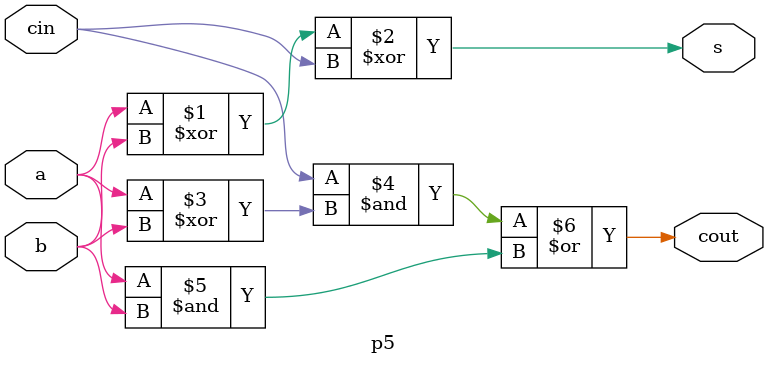
<source format=v>
module p5(a,b,cin,cout,s);
input a,b,cin;
output s,cout;
assign s=a^b^cin;
assign cout=(cin&(a^b))|(a&b);
endmodule

</source>
